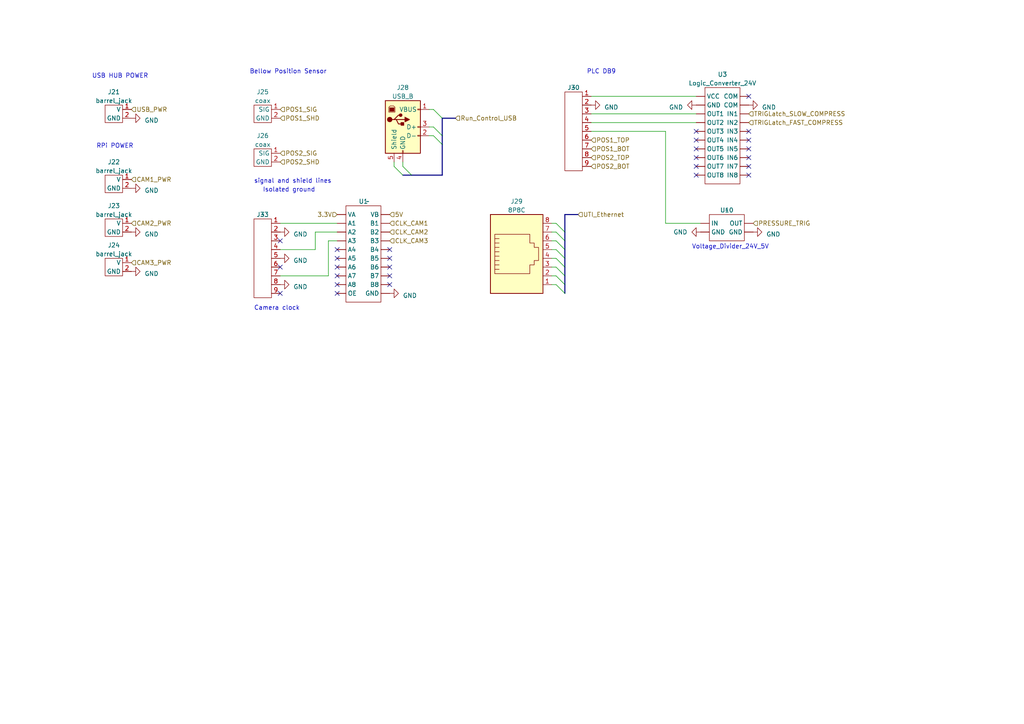
<source format=kicad_sch>
(kicad_sch (version 20230121) (generator eeschema)

  (uuid a9006973-036b-4cdc-8587-12e8aa60123e)

  (paper "A4")

  (title_block
    (title "Digital I/O Box")
    (date "2023-09-27")
    (company "SBC")
    (comment 1 "Zhiheng Sheng")
  )

  (lib_symbols
    (symbol "Connector:8P8C" (pin_names (offset 1.016)) (in_bom yes) (on_board yes)
      (property "Reference" "J" (at -5.08 13.97 0)
        (effects (font (size 1.27 1.27)) (justify right))
      )
      (property "Value" "8P8C" (at 2.54 13.97 0)
        (effects (font (size 1.27 1.27)) (justify left))
      )
      (property "Footprint" "" (at 0 0.635 90)
        (effects (font (size 1.27 1.27)) hide)
      )
      (property "Datasheet" "~" (at 0 0.635 90)
        (effects (font (size 1.27 1.27)) hide)
      )
      (property "ki_keywords" "8P8C RJ socket connector" (at 0 0 0)
        (effects (font (size 1.27 1.27)) hide)
      )
      (property "ki_description" "RJ connector, 8P8C (8 positions 8 connected), RJ31/RJ32/RJ33/RJ34/RJ35/RJ41/RJ45/RJ49/RJ61" (at 0 0 0)
        (effects (font (size 1.27 1.27)) hide)
      )
      (property "ki_fp_filters" "8P8C* RJ31* RJ32* RJ33* RJ34* RJ35* RJ41* RJ45* RJ49* RJ61*" (at 0 0 0)
        (effects (font (size 1.27 1.27)) hide)
      )
      (symbol "8P8C_0_1"
        (polyline
          (pts
            (xy -5.08 4.445)
            (xy -6.35 4.445)
          )
          (stroke (width 0) (type default))
          (fill (type none))
        )
        (polyline
          (pts
            (xy -5.08 5.715)
            (xy -6.35 5.715)
          )
          (stroke (width 0) (type default))
          (fill (type none))
        )
        (polyline
          (pts
            (xy -6.35 -3.175)
            (xy -5.08 -3.175)
            (xy -5.08 -3.175)
          )
          (stroke (width 0) (type default))
          (fill (type none))
        )
        (polyline
          (pts
            (xy -6.35 -1.905)
            (xy -5.08 -1.905)
            (xy -5.08 -1.905)
          )
          (stroke (width 0) (type default))
          (fill (type none))
        )
        (polyline
          (pts
            (xy -6.35 -0.635)
            (xy -5.08 -0.635)
            (xy -5.08 -0.635)
          )
          (stroke (width 0) (type default))
          (fill (type none))
        )
        (polyline
          (pts
            (xy -6.35 0.635)
            (xy -5.08 0.635)
            (xy -5.08 0.635)
          )
          (stroke (width 0) (type default))
          (fill (type none))
        )
        (polyline
          (pts
            (xy -6.35 1.905)
            (xy -5.08 1.905)
            (xy -5.08 1.905)
          )
          (stroke (width 0) (type default))
          (fill (type none))
        )
        (polyline
          (pts
            (xy -5.08 3.175)
            (xy -6.35 3.175)
            (xy -6.35 3.175)
          )
          (stroke (width 0) (type default))
          (fill (type none))
        )
        (polyline
          (pts
            (xy -6.35 -4.445)
            (xy -6.35 6.985)
            (xy 3.81 6.985)
            (xy 3.81 4.445)
            (xy 5.08 4.445)
            (xy 5.08 3.175)
            (xy 6.35 3.175)
            (xy 6.35 -0.635)
            (xy 5.08 -0.635)
            (xy 5.08 -1.905)
            (xy 3.81 -1.905)
            (xy 3.81 -4.445)
            (xy -6.35 -4.445)
            (xy -6.35 -4.445)
          )
          (stroke (width 0) (type default))
          (fill (type none))
        )
        (rectangle (start 7.62 12.7) (end -7.62 -10.16)
          (stroke (width 0.254) (type default))
          (fill (type background))
        )
      )
      (symbol "8P8C_1_1"
        (pin passive line (at 10.16 -7.62 180) (length 2.54)
          (name "~" (effects (font (size 1.27 1.27))))
          (number "1" (effects (font (size 1.27 1.27))))
        )
        (pin passive line (at 10.16 -5.08 180) (length 2.54)
          (name "~" (effects (font (size 1.27 1.27))))
          (number "2" (effects (font (size 1.27 1.27))))
        )
        (pin passive line (at 10.16 -2.54 180) (length 2.54)
          (name "~" (effects (font (size 1.27 1.27))))
          (number "3" (effects (font (size 1.27 1.27))))
        )
        (pin passive line (at 10.16 0 180) (length 2.54)
          (name "~" (effects (font (size 1.27 1.27))))
          (number "4" (effects (font (size 1.27 1.27))))
        )
        (pin passive line (at 10.16 2.54 180) (length 2.54)
          (name "~" (effects (font (size 1.27 1.27))))
          (number "5" (effects (font (size 1.27 1.27))))
        )
        (pin passive line (at 10.16 5.08 180) (length 2.54)
          (name "~" (effects (font (size 1.27 1.27))))
          (number "6" (effects (font (size 1.27 1.27))))
        )
        (pin passive line (at 10.16 7.62 180) (length 2.54)
          (name "~" (effects (font (size 1.27 1.27))))
          (number "7" (effects (font (size 1.27 1.27))))
        )
        (pin passive line (at 10.16 10.16 180) (length 2.54)
          (name "~" (effects (font (size 1.27 1.27))))
          (number "8" (effects (font (size 1.27 1.27))))
        )
      )
    )
    (symbol "Connector:USB_B" (pin_names (offset 1.016)) (in_bom yes) (on_board yes)
      (property "Reference" "J" (at -5.08 11.43 0)
        (effects (font (size 1.27 1.27)) (justify left))
      )
      (property "Value" "USB_B" (at -5.08 8.89 0)
        (effects (font (size 1.27 1.27)) (justify left))
      )
      (property "Footprint" "" (at 3.81 -1.27 0)
        (effects (font (size 1.27 1.27)) hide)
      )
      (property "Datasheet" " ~" (at 3.81 -1.27 0)
        (effects (font (size 1.27 1.27)) hide)
      )
      (property "ki_keywords" "connector USB" (at 0 0 0)
        (effects (font (size 1.27 1.27)) hide)
      )
      (property "ki_description" "USB Type B connector" (at 0 0 0)
        (effects (font (size 1.27 1.27)) hide)
      )
      (property "ki_fp_filters" "USB*" (at 0 0 0)
        (effects (font (size 1.27 1.27)) hide)
      )
      (symbol "USB_B_0_1"
        (rectangle (start -5.08 -7.62) (end 5.08 7.62)
          (stroke (width 0.254) (type default))
          (fill (type background))
        )
        (circle (center -3.81 2.159) (radius 0.635)
          (stroke (width 0.254) (type default))
          (fill (type outline))
        )
        (rectangle (start -3.81 5.588) (end -2.54 4.572)
          (stroke (width 0) (type default))
          (fill (type outline))
        )
        (circle (center -0.635 3.429) (radius 0.381)
          (stroke (width 0.254) (type default))
          (fill (type outline))
        )
        (rectangle (start -0.127 -7.62) (end 0.127 -6.858)
          (stroke (width 0) (type default))
          (fill (type none))
        )
        (polyline
          (pts
            (xy -1.905 2.159)
            (xy 0.635 2.159)
          )
          (stroke (width 0.254) (type default))
          (fill (type none))
        )
        (polyline
          (pts
            (xy -3.175 2.159)
            (xy -2.54 2.159)
            (xy -1.27 3.429)
            (xy -0.635 3.429)
          )
          (stroke (width 0.254) (type default))
          (fill (type none))
        )
        (polyline
          (pts
            (xy -2.54 2.159)
            (xy -1.905 2.159)
            (xy -1.27 0.889)
            (xy 0 0.889)
          )
          (stroke (width 0.254) (type default))
          (fill (type none))
        )
        (polyline
          (pts
            (xy 0.635 2.794)
            (xy 0.635 1.524)
            (xy 1.905 2.159)
            (xy 0.635 2.794)
          )
          (stroke (width 0.254) (type default))
          (fill (type outline))
        )
        (polyline
          (pts
            (xy -4.064 4.318)
            (xy -2.286 4.318)
            (xy -2.286 5.715)
            (xy -2.667 6.096)
            (xy -3.683 6.096)
            (xy -4.064 5.715)
            (xy -4.064 4.318)
          )
          (stroke (width 0) (type default))
          (fill (type none))
        )
        (rectangle (start 0.254 1.27) (end -0.508 0.508)
          (stroke (width 0.254) (type default))
          (fill (type outline))
        )
        (rectangle (start 5.08 -2.667) (end 4.318 -2.413)
          (stroke (width 0) (type default))
          (fill (type none))
        )
        (rectangle (start 5.08 -0.127) (end 4.318 0.127)
          (stroke (width 0) (type default))
          (fill (type none))
        )
        (rectangle (start 5.08 4.953) (end 4.318 5.207)
          (stroke (width 0) (type default))
          (fill (type none))
        )
      )
      (symbol "USB_B_1_1"
        (pin power_out line (at 7.62 5.08 180) (length 2.54)
          (name "VBUS" (effects (font (size 1.27 1.27))))
          (number "1" (effects (font (size 1.27 1.27))))
        )
        (pin bidirectional line (at 7.62 -2.54 180) (length 2.54)
          (name "D-" (effects (font (size 1.27 1.27))))
          (number "2" (effects (font (size 1.27 1.27))))
        )
        (pin bidirectional line (at 7.62 0 180) (length 2.54)
          (name "D+" (effects (font (size 1.27 1.27))))
          (number "3" (effects (font (size 1.27 1.27))))
        )
        (pin power_out line (at 0 -10.16 90) (length 2.54)
          (name "GND" (effects (font (size 1.27 1.27))))
          (number "4" (effects (font (size 1.27 1.27))))
        )
        (pin passive line (at -2.54 -10.16 90) (length 2.54)
          (name "Shield" (effects (font (size 1.27 1.27))))
          (number "5" (effects (font (size 1.27 1.27))))
        )
      )
    )
    (symbol "led_driver:DB9" (in_bom yes) (on_board yes)
      (property "Reference" "J" (at 0 12.7 0)
        (effects (font (size 1.27 1.27)))
      )
      (property "Value" "" (at 0 12.7 0)
        (effects (font (size 1.27 1.27)))
      )
      (property "Footprint" "" (at 0 12.7 0)
        (effects (font (size 1.27 1.27)) hide)
      )
      (property "Datasheet" "" (at 0 12.7 0)
        (effects (font (size 1.27 1.27)) hide)
      )
      (symbol "DB9_0_1"
        (rectangle (start -2.54 11.43) (end 2.54 -11.43)
          (stroke (width 0) (type default))
          (fill (type none))
        )
      )
      (symbol "DB9_1_1"
        (pin passive line (at 5.08 10.16 180) (length 2.54)
          (name "" (effects (font (size 1.27 1.27))))
          (number "1" (effects (font (size 1.27 1.27))))
        )
        (pin passive line (at 5.08 7.62 180) (length 2.54)
          (name "" (effects (font (size 1.27 1.27))))
          (number "2" (effects (font (size 1.27 1.27))))
        )
        (pin passive line (at 5.08 5.08 180) (length 2.54)
          (name "" (effects (font (size 1.27 1.27))))
          (number "3" (effects (font (size 1.27 1.27))))
        )
        (pin passive line (at 5.08 2.54 180) (length 2.54)
          (name "" (effects (font (size 1.27 1.27))))
          (number "4" (effects (font (size 1.27 1.27))))
        )
        (pin passive line (at 5.08 0 180) (length 2.54)
          (name "" (effects (font (size 1.27 1.27))))
          (number "5" (effects (font (size 1.27 1.27))))
        )
        (pin passive line (at 5.08 -2.54 180) (length 2.54)
          (name "" (effects (font (size 1.27 1.27))))
          (number "6" (effects (font (size 1.27 1.27))))
        )
        (pin passive line (at 5.08 -5.08 180) (length 2.54)
          (name "" (effects (font (size 1.27 1.27))))
          (number "7" (effects (font (size 1.27 1.27))))
        )
        (pin passive line (at 5.08 -7.62 180) (length 2.54)
          (name "" (effects (font (size 1.27 1.27))))
          (number "8" (effects (font (size 1.27 1.27))))
        )
        (pin passive line (at 5.08 -10.16 180) (length 2.54)
          (name "" (effects (font (size 1.27 1.27))))
          (number "9" (effects (font (size 1.27 1.27))))
        )
      )
    )
    (symbol "led_driver:Logic_Converter_24V" (in_bom yes) (on_board yes)
      (property "Reference" "U" (at 0 15.24 0)
        (effects (font (size 1.27 1.27)))
      )
      (property "Value" "Logic_Converter_24V" (at 0 -15.24 0)
        (effects (font (size 1.27 1.27)))
      )
      (property "Footprint" "" (at 1.27 15.24 0)
        (effects (font (size 1.27 1.27)) hide)
      )
      (property "Datasheet" "" (at 1.27 15.24 0)
        (effects (font (size 1.27 1.27)) hide)
      )
      (symbol "Logic_Converter_24V_0_1"
        (rectangle (start -5.08 13.97) (end 5.08 -13.97)
          (stroke (width 0) (type default))
          (fill (type none))
        )
      )
      (symbol "Logic_Converter_24V_1_1"
        (pin passive line (at -7.62 8.89 0) (length 2.54)
          (name "COM" (effects (font (size 1.27 1.27))))
          (number "" (effects (font (size 1.27 1.27))))
        )
        (pin passive line (at -7.62 11.43 0) (length 2.54)
          (name "COM" (effects (font (size 1.27 1.27))))
          (number "" (effects (font (size 1.27 1.27))))
        )
        (pin passive line (at 7.62 8.89 180) (length 2.54)
          (name "GND" (effects (font (size 1.27 1.27))))
          (number "" (effects (font (size 1.27 1.27))))
        )
        (pin passive line (at -7.62 6.35 0) (length 2.54)
          (name "IN1" (effects (font (size 1.27 1.27))))
          (number "" (effects (font (size 1.27 1.27))))
        )
        (pin passive line (at -7.62 3.81 0) (length 2.54)
          (name "IN2" (effects (font (size 1.27 1.27))))
          (number "" (effects (font (size 1.27 1.27))))
        )
        (pin passive line (at -7.62 1.27 0) (length 2.54)
          (name "IN3" (effects (font (size 1.27 1.27))))
          (number "" (effects (font (size 1.27 1.27))))
        )
        (pin passive line (at -7.62 -1.27 0) (length 2.54)
          (name "IN4" (effects (font (size 1.27 1.27))))
          (number "" (effects (font (size 1.27 1.27))))
        )
        (pin passive line (at -7.62 -3.81 0) (length 2.54)
          (name "IN5" (effects (font (size 1.27 1.27))))
          (number "" (effects (font (size 1.27 1.27))))
        )
        (pin passive line (at -7.62 -6.35 0) (length 2.54)
          (name "IN6" (effects (font (size 1.27 1.27))))
          (number "" (effects (font (size 1.27 1.27))))
        )
        (pin passive line (at -7.62 -8.89 0) (length 2.54)
          (name "IN7" (effects (font (size 1.27 1.27))))
          (number "" (effects (font (size 1.27 1.27))))
        )
        (pin passive line (at -7.62 -11.43 0) (length 2.54)
          (name "IN8" (effects (font (size 1.27 1.27))))
          (number "" (effects (font (size 1.27 1.27))))
        )
        (pin passive line (at 7.62 6.35 180) (length 2.54)
          (name "OUT1" (effects (font (size 1.27 1.27))))
          (number "" (effects (font (size 1.27 1.27))))
        )
        (pin passive line (at 7.62 3.81 180) (length 2.54)
          (name "OUT2" (effects (font (size 1.27 1.27))))
          (number "" (effects (font (size 1.27 1.27))))
        )
        (pin passive line (at 7.62 1.27 180) (length 2.54)
          (name "OUT3" (effects (font (size 1.27 1.27))))
          (number "" (effects (font (size 1.27 1.27))))
        )
        (pin passive line (at 7.62 -1.27 180) (length 2.54)
          (name "OUT4" (effects (font (size 1.27 1.27))))
          (number "" (effects (font (size 1.27 1.27))))
        )
        (pin passive line (at 7.62 -3.81 180) (length 2.54)
          (name "OUT5" (effects (font (size 1.27 1.27))))
          (number "" (effects (font (size 1.27 1.27))))
        )
        (pin passive line (at 7.62 -6.35 180) (length 2.54)
          (name "OUT6" (effects (font (size 1.27 1.27))))
          (number "" (effects (font (size 1.27 1.27))))
        )
        (pin passive line (at 7.62 -8.89 180) (length 2.54)
          (name "OUT7" (effects (font (size 1.27 1.27))))
          (number "" (effects (font (size 1.27 1.27))))
        )
        (pin passive line (at 7.62 -11.43 180) (length 2.54)
          (name "OUT8" (effects (font (size 1.27 1.27))))
          (number "" (effects (font (size 1.27 1.27))))
        )
        (pin passive line (at 7.62 11.43 180) (length 2.54)
          (name "VCC" (effects (font (size 1.27 1.27))))
          (number "" (effects (font (size 1.27 1.27))))
        )
      )
    )
    (symbol "led_driver:Logic_Converter_5V" (in_bom yes) (on_board yes)
      (property "Reference" "U" (at 0 15.24 0)
        (effects (font (size 1.27 1.27)))
      )
      (property "Value" "Logic_Converter_5V" (at 0 -15.24 0)
        (effects (font (size 1.27 1.27)))
      )
      (property "Footprint" "" (at 1.27 15.24 0)
        (effects (font (size 1.27 1.27)) hide)
      )
      (property "Datasheet" "" (at 1.27 15.24 0)
        (effects (font (size 1.27 1.27)) hide)
      )
      (symbol "Logic_Converter_5V_0_1"
        (rectangle (start -5.08 13.97) (end 5.08 -13.97)
          (stroke (width 0) (type default))
          (fill (type none))
        )
      )
      (symbol "Logic_Converter_5V_1_1"
        (pin passive line (at -7.62 8.89 0) (length 2.54)
          (name "A1" (effects (font (size 1.27 1.27))))
          (number "" (effects (font (size 1.27 1.27))))
        )
        (pin passive line (at -7.62 6.35 0) (length 2.54)
          (name "A2" (effects (font (size 1.27 1.27))))
          (number "" (effects (font (size 1.27 1.27))))
        )
        (pin passive line (at -7.62 3.81 0) (length 2.54)
          (name "A3" (effects (font (size 1.27 1.27))))
          (number "" (effects (font (size 1.27 1.27))))
        )
        (pin passive line (at -7.62 1.27 0) (length 2.54)
          (name "A4" (effects (font (size 1.27 1.27))))
          (number "" (effects (font (size 1.27 1.27))))
        )
        (pin passive line (at -7.62 -1.27 0) (length 2.54)
          (name "A5" (effects (font (size 1.27 1.27))))
          (number "" (effects (font (size 1.27 1.27))))
        )
        (pin passive line (at -7.62 -3.81 0) (length 2.54)
          (name "A6" (effects (font (size 1.27 1.27))))
          (number "" (effects (font (size 1.27 1.27))))
        )
        (pin passive line (at -7.62 -6.35 0) (length 2.54)
          (name "A7" (effects (font (size 1.27 1.27))))
          (number "" (effects (font (size 1.27 1.27))))
        )
        (pin passive line (at -7.62 -8.89 0) (length 2.54)
          (name "A8" (effects (font (size 1.27 1.27))))
          (number "" (effects (font (size 1.27 1.27))))
        )
        (pin passive line (at 7.62 8.89 180) (length 2.54)
          (name "B1" (effects (font (size 1.27 1.27))))
          (number "" (effects (font (size 1.27 1.27))))
        )
        (pin passive line (at 7.62 6.35 180) (length 2.54)
          (name "B2" (effects (font (size 1.27 1.27))))
          (number "" (effects (font (size 1.27 1.27))))
        )
        (pin passive line (at 7.62 3.81 180) (length 2.54)
          (name "B3" (effects (font (size 1.27 1.27))))
          (number "" (effects (font (size 1.27 1.27))))
        )
        (pin passive line (at 7.62 1.27 180) (length 2.54)
          (name "B4" (effects (font (size 1.27 1.27))))
          (number "" (effects (font (size 1.27 1.27))))
        )
        (pin passive line (at 7.62 -1.27 180) (length 2.54)
          (name "B5" (effects (font (size 1.27 1.27))))
          (number "" (effects (font (size 1.27 1.27))))
        )
        (pin passive line (at 7.62 -3.81 180) (length 2.54)
          (name "B6" (effects (font (size 1.27 1.27))))
          (number "" (effects (font (size 1.27 1.27))))
        )
        (pin passive line (at 7.62 -6.35 180) (length 2.54)
          (name "B7" (effects (font (size 1.27 1.27))))
          (number "" (effects (font (size 1.27 1.27))))
        )
        (pin passive line (at 7.62 -8.89 180) (length 2.54)
          (name "B8" (effects (font (size 1.27 1.27))))
          (number "" (effects (font (size 1.27 1.27))))
        )
        (pin passive line (at 7.62 -11.43 180) (length 2.54)
          (name "GND" (effects (font (size 1.27 1.27))))
          (number "" (effects (font (size 1.27 1.27))))
        )
        (pin passive line (at -7.62 -11.43 0) (length 2.54)
          (name "OE" (effects (font (size 1.27 1.27))))
          (number "" (effects (font (size 1.27 1.27))))
        )
        (pin passive line (at -7.62 11.43 0) (length 2.54)
          (name "VA" (effects (font (size 1.27 1.27))))
          (number "" (effects (font (size 1.27 1.27))))
        )
        (pin passive line (at 7.62 11.43 180) (length 2.54)
          (name "VB" (effects (font (size 1.27 1.27))))
          (number "" (effects (font (size 1.27 1.27))))
        )
      )
    )
    (symbol "led_driver:barrel_jack" (in_bom yes) (on_board yes)
      (property "Reference" "J" (at 0 3.81 0)
        (effects (font (size 1.27 1.27)))
      )
      (property "Value" "barrel_jack" (at 0 -3.81 0)
        (effects (font (size 1.27 1.27)))
      )
      (property "Footprint" "" (at 0 3.81 0)
        (effects (font (size 1.27 1.27)) hide)
      )
      (property "Datasheet" "" (at 0 3.81 0)
        (effects (font (size 1.27 1.27)) hide)
      )
      (symbol "barrel_jack_0_1"
        (rectangle (start -2.54 -2.54) (end 2.54 2.54)
          (stroke (width 0) (type default))
          (fill (type none))
        )
      )
      (symbol "barrel_jack_1_1"
        (pin input line (at 5.08 1.27 180) (length 2.54)
          (name "V" (effects (font (size 1.27 1.27))))
          (number "1" (effects (font (size 1.27 1.27))))
        )
        (pin input line (at 5.08 -1.27 180) (length 2.54)
          (name "GND" (effects (font (size 1.27 1.27))))
          (number "2" (effects (font (size 1.27 1.27))))
        )
      )
    )
    (symbol "led_driver:coax" (in_bom yes) (on_board yes)
      (property "Reference" "J" (at 0 3.81 0)
        (effects (font (size 1.27 1.27)))
      )
      (property "Value" "coax" (at 0 -3.81 0)
        (effects (font (size 1.27 1.27)))
      )
      (property "Footprint" "" (at 0 3.81 0)
        (effects (font (size 1.27 1.27)) hide)
      )
      (property "Datasheet" "" (at 0 3.81 0)
        (effects (font (size 1.27 1.27)) hide)
      )
      (symbol "coax_0_1"
        (rectangle (start -2.54 -2.54) (end 2.54 2.54)
          (stroke (width 0) (type default))
          (fill (type none))
        )
      )
      (symbol "coax_1_1"
        (pin input line (at 5.08 1.27 180) (length 2.54)
          (name "SIG" (effects (font (size 1.27 1.27))))
          (number "1" (effects (font (size 1.27 1.27))))
        )
        (pin input line (at 5.08 -1.27 180) (length 2.54)
          (name "GND" (effects (font (size 1.27 1.27))))
          (number "2" (effects (font (size 1.27 1.27))))
        )
      )
    )
    (symbol "led_driver:voltage_divider" (in_bom yes) (on_board yes)
      (property "Reference" "U" (at 0 5.08 0)
        (effects (font (size 1.27 1.27)))
      )
      (property "Value" "" (at 0 5.08 0)
        (effects (font (size 1.27 1.27)))
      )
      (property "Footprint" "" (at 0 5.08 0)
        (effects (font (size 1.27 1.27)) hide)
      )
      (property "Datasheet" "" (at 0 5.08 0)
        (effects (font (size 1.27 1.27)) hide)
      )
      (symbol "voltage_divider_0_1"
        (rectangle (start -5.08 3.81) (end 5.08 -3.81)
          (stroke (width 0) (type default))
          (fill (type none))
        )
      )
      (symbol "voltage_divider_1_1"
        (pin input line (at -7.62 -1.27 0) (length 2.54)
          (name "GND" (effects (font (size 1.27 1.27))))
          (number "" (effects (font (size 1.27 1.27))))
        )
        (pin input line (at 7.62 -1.27 180) (length 2.54)
          (name "GND" (effects (font (size 1.27 1.27))))
          (number "" (effects (font (size 1.27 1.27))))
        )
        (pin input line (at -7.62 1.27 0) (length 2.54)
          (name "IN" (effects (font (size 1.27 1.27))))
          (number "" (effects (font (size 1.27 1.27))))
        )
        (pin input line (at 7.62 1.27 180) (length 2.54)
          (name "OUT" (effects (font (size 1.27 1.27))))
          (number "" (effects (font (size 1.27 1.27))))
        )
      )
    )
    (symbol "power:GND" (power) (pin_names (offset 0)) (in_bom yes) (on_board yes)
      (property "Reference" "#PWR" (at 0 -6.35 0)
        (effects (font (size 1.27 1.27)) hide)
      )
      (property "Value" "GND" (at 0 -3.81 0)
        (effects (font (size 1.27 1.27)))
      )
      (property "Footprint" "" (at 0 0 0)
        (effects (font (size 1.27 1.27)) hide)
      )
      (property "Datasheet" "" (at 0 0 0)
        (effects (font (size 1.27 1.27)) hide)
      )
      (property "ki_keywords" "global power" (at 0 0 0)
        (effects (font (size 1.27 1.27)) hide)
      )
      (property "ki_description" "Power symbol creates a global label with name \"GND\" , ground" (at 0 0 0)
        (effects (font (size 1.27 1.27)) hide)
      )
      (symbol "GND_0_1"
        (polyline
          (pts
            (xy 0 0)
            (xy 0 -1.27)
            (xy 1.27 -1.27)
            (xy 0 -2.54)
            (xy -1.27 -1.27)
            (xy 0 -1.27)
          )
          (stroke (width 0) (type default))
          (fill (type none))
        )
      )
      (symbol "GND_1_1"
        (pin power_in line (at 0 0 270) (length 0) hide
          (name "GND" (effects (font (size 1.27 1.27))))
          (number "1" (effects (font (size 1.27 1.27))))
        )
      )
    )
  )


  (no_connect (at 217.17 48.26) (uuid 0744d61c-a61f-4ef0-bf9f-ab4c54c154aa))
  (no_connect (at 201.93 43.18) (uuid 12d78a31-544d-4c72-8304-d8eda8560c49))
  (no_connect (at 81.28 85.09) (uuid 1c58bd9a-7aa1-4e7b-8ba7-d8dbdac1927b))
  (no_connect (at 97.79 77.47) (uuid 33ae50bc-cf8c-4714-b2b9-b8f96460894a))
  (no_connect (at 217.17 45.72) (uuid 3f64aa06-9f6c-44c9-9b62-aa5df4d1e8b3))
  (no_connect (at 217.17 27.94) (uuid 429604d8-9958-4ee4-b3ac-e416e1983432))
  (no_connect (at 97.79 74.93) (uuid 4aa80c18-b170-4459-8980-6af0d5dc3c0a))
  (no_connect (at 201.93 40.64) (uuid 4d48d375-3794-45da-8018-1ff3ea0d4ec6))
  (no_connect (at 97.79 72.39) (uuid 6850477a-7df0-4e6e-bfa0-67395f58dbaa))
  (no_connect (at 113.03 74.93) (uuid 743087b6-10ec-416c-9db3-0260432470fb))
  (no_connect (at 97.79 80.01) (uuid 7fa11757-9144-491c-bb7e-77af97260d2d))
  (no_connect (at 81.28 69.85) (uuid 8d79e43c-6fbf-4b10-99e5-51e4a929014a))
  (no_connect (at 113.03 80.01) (uuid 9ce1aeeb-fa92-413c-aea0-e27997cd6767))
  (no_connect (at 217.17 43.18) (uuid a1ffd822-0dfb-4369-b750-aabf68069b81))
  (no_connect (at 217.17 40.64) (uuid a90c2d55-1dd2-4e3f-9221-63f75701c179))
  (no_connect (at 97.79 82.55) (uuid b01c7d03-c6be-4b6d-a189-820cf6b9b4a5))
  (no_connect (at 81.28 77.47) (uuid b1198e8f-85ec-4e7c-8fdb-4b2b9db0e860))
  (no_connect (at 201.93 45.72) (uuid c800a6be-b98c-4cea-819e-4fb8e132e7dc))
  (no_connect (at 113.03 72.39) (uuid d170de6e-3182-4a7e-b898-72a43bfd9ded))
  (no_connect (at 113.03 77.47) (uuid d7972562-8b51-4719-8de3-d92c875ebea1))
  (no_connect (at 217.17 38.1) (uuid d9d36494-1b17-4760-b542-d19a930f2cac))
  (no_connect (at 217.17 50.8) (uuid e852a965-d290-4913-a46b-d51e8e0af09d))
  (no_connect (at 201.93 50.8) (uuid eaf1b536-5dc1-4360-943e-9452ca64ab1e))
  (no_connect (at 201.93 38.1) (uuid ec898a65-2753-485c-870d-a8cede718463))
  (no_connect (at 201.93 48.26) (uuid efb67729-da93-4e43-82d4-4b821b833709))
  (no_connect (at 97.79 85.09) (uuid f6362946-a21c-4ad4-817d-2b9b0c188fdf))
  (no_connect (at 113.03 82.55) (uuid fe0fdf25-56af-4b5d-8f28-c77a79090354))

  (bus_entry (at 125.73 39.37) (size 2.54 2.54)
    (stroke (width 0) (type default))
    (uuid 1e1494cc-6e0f-4c4a-a3f2-8f99f92a543e)
  )
  (bus_entry (at 161.29 74.93) (size 2.54 2.54)
    (stroke (width 0) (type default))
    (uuid 36f8d916-c81b-455b-be3a-6f877cbf9066)
  )
  (bus_entry (at 161.29 69.85) (size 2.54 2.54)
    (stroke (width 0) (type default))
    (uuid 3f5093ee-b834-4852-aea9-e17f79aac95a)
  )
  (bus_entry (at 161.29 67.31) (size 2.54 2.54)
    (stroke (width 0) (type default))
    (uuid 55433cbb-bb3f-4cd3-b78d-21d51f7e294c)
  )
  (bus_entry (at 161.29 64.77) (size 2.54 2.54)
    (stroke (width 0) (type default))
    (uuid 61eaf847-858b-4d7a-96f8-eb52c84ff9e6)
  )
  (bus_entry (at 125.73 31.75) (size 2.54 2.54)
    (stroke (width 0) (type default))
    (uuid 6c5569e9-b75c-4604-84b0-141462f43d9a)
  )
  (bus_entry (at 161.29 77.47) (size 2.54 2.54)
    (stroke (width 0) (type default))
    (uuid 6e993344-f59a-4014-817d-e42bcbbcc4a6)
  )
  (bus_entry (at 161.29 72.39) (size 2.54 2.54)
    (stroke (width 0) (type default))
    (uuid 71388e9d-4d64-40bb-893c-1762b34f22a5)
  )
  (bus_entry (at 125.73 36.83) (size 2.54 2.54)
    (stroke (width 0) (type default))
    (uuid 73f01996-48cc-4cc3-b998-d473f29a1de0)
  )
  (bus_entry (at 116.84 48.26) (size 2.54 2.54)
    (stroke (width 0) (type default))
    (uuid ae73ddec-65a3-41ee-9409-150c1c48d1b7)
  )
  (bus_entry (at 161.29 82.55) (size 2.54 2.54)
    (stroke (width 0) (type default))
    (uuid bc654dc9-b461-4596-bdcf-07ba072f5b4e)
  )
  (bus_entry (at 161.29 80.01) (size 2.54 2.54)
    (stroke (width 0) (type default))
    (uuid c4c6927a-2a97-4594-8434-8ca9c426b0bb)
  )
  (bus_entry (at 114.3 48.26) (size 2.54 2.54)
    (stroke (width 0) (type default))
    (uuid f95ec39f-65ca-417f-b4ed-17894d9ccca8)
  )

  (bus (pts (xy 163.83 67.31) (xy 163.83 69.85))
    (stroke (width 0) (type default))
    (uuid 051a026a-8d58-46a0-bff9-c6157daeb388)
  )

  (wire (pts (xy 124.46 36.83) (xy 125.73 36.83))
    (stroke (width 0) (type default))
    (uuid 0bf9ff66-6e71-4212-9040-bb165c3c4369)
  )
  (wire (pts (xy 91.44 67.31) (xy 91.44 72.39))
    (stroke (width 0) (type default))
    (uuid 0cb0dcc0-ad2d-4281-9590-b475ad691c98)
  )
  (wire (pts (xy 160.02 67.31) (xy 161.29 67.31))
    (stroke (width 0) (type default))
    (uuid 0e9f29d4-1939-4fc5-a06a-5510d15239ce)
  )
  (wire (pts (xy 160.02 77.47) (xy 161.29 77.47))
    (stroke (width 0) (type default))
    (uuid 124a2ba6-a25c-454f-a279-8f060e4d1d40)
  )
  (wire (pts (xy 97.79 67.31) (xy 91.44 67.31))
    (stroke (width 0) (type default))
    (uuid 1a524dda-1b5c-45c9-957c-ece7bfb2787e)
  )
  (wire (pts (xy 114.3 46.99) (xy 114.3 48.26))
    (stroke (width 0) (type default))
    (uuid 1c926446-013e-4b99-ba19-fc480fe2a7a8)
  )
  (wire (pts (xy 95.25 80.01) (xy 95.25 69.85))
    (stroke (width 0) (type default))
    (uuid 1da6523a-448a-4f7e-b1df-f59f5d8d2b9b)
  )
  (bus (pts (xy 128.27 41.91) (xy 128.27 50.8))
    (stroke (width 0) (type default))
    (uuid 2c28414c-ea4d-4d01-9787-d65c7ce23d47)
  )

  (wire (pts (xy 160.02 82.55) (xy 161.29 82.55))
    (stroke (width 0) (type default))
    (uuid 2e2e5dde-f572-4c28-9993-0e96b8ec6c67)
  )
  (wire (pts (xy 193.04 64.77) (xy 203.2 64.77))
    (stroke (width 0) (type default))
    (uuid 2f396fff-22c6-431f-a65e-7ec18b54dc8c)
  )
  (wire (pts (xy 81.28 72.39) (xy 91.44 72.39))
    (stroke (width 0) (type default))
    (uuid 2fbbd31c-8bc5-431f-925c-e378345d2581)
  )
  (bus (pts (xy 163.83 77.47) (xy 163.83 80.01))
    (stroke (width 0) (type default))
    (uuid 3060df35-d0f4-4cb7-8085-ae44154f7c4e)
  )

  (wire (pts (xy 116.84 46.99) (xy 116.84 48.26))
    (stroke (width 0) (type default))
    (uuid 3847943f-d70a-4878-8d63-4cc5f13b256a)
  )
  (bus (pts (xy 163.83 69.85) (xy 163.83 72.39))
    (stroke (width 0) (type default))
    (uuid 3aaff984-95cd-45c7-8326-852288731778)
  )
  (bus (pts (xy 128.27 39.37) (xy 128.27 34.29))
    (stroke (width 0) (type default))
    (uuid 4063fb6d-1292-4eae-88df-66a6c0c263d5)
  )
  (bus (pts (xy 116.84 50.8) (xy 119.38 50.8))
    (stroke (width 0) (type default))
    (uuid 48c6748e-e6f5-4fa2-94f1-12d10c5d3cb8)
  )

  (wire (pts (xy 171.45 35.56) (xy 201.93 35.56))
    (stroke (width 0) (type default))
    (uuid 4a21b593-a5fa-4610-9c4e-ecb343636707)
  )
  (wire (pts (xy 124.46 39.37) (xy 125.73 39.37))
    (stroke (width 0) (type default))
    (uuid 4b4df152-291c-4eb3-8d9c-4469bc3e0fef)
  )
  (bus (pts (xy 128.27 41.91) (xy 128.27 39.37))
    (stroke (width 0) (type default))
    (uuid 573d8f92-7bb1-4a29-b9b0-8cba1c3d1d6a)
  )

  (wire (pts (xy 81.28 80.01) (xy 95.25 80.01))
    (stroke (width 0) (type default))
    (uuid 5843154a-744d-408a-b1d2-3aa13b75c30c)
  )
  (bus (pts (xy 163.83 62.23) (xy 163.83 67.31))
    (stroke (width 0) (type default))
    (uuid 651489bb-64b5-4409-9a58-f83ad1664a87)
  )

  (wire (pts (xy 160.02 80.01) (xy 161.29 80.01))
    (stroke (width 0) (type default))
    (uuid 67d5febd-f991-43f3-864d-a11c0e0e1b1d)
  )
  (bus (pts (xy 119.38 50.8) (xy 128.27 50.8))
    (stroke (width 0) (type default))
    (uuid 7314a422-f2cc-41d8-825a-f5c57f8a30c9)
  )
  (bus (pts (xy 163.83 74.93) (xy 163.83 77.47))
    (stroke (width 0) (type default))
    (uuid 74933185-65a6-4692-9169-767a6e2195d5)
  )

  (wire (pts (xy 171.45 38.1) (xy 193.04 38.1))
    (stroke (width 0) (type default))
    (uuid 84d9cd8c-ce5c-4216-aea2-5b0189c5070a)
  )
  (wire (pts (xy 193.04 38.1) (xy 193.04 64.77))
    (stroke (width 0) (type default))
    (uuid 885ddc93-07e0-4f69-9e7b-d173f8f3c889)
  )
  (wire (pts (xy 171.45 33.02) (xy 201.93 33.02))
    (stroke (width 0) (type default))
    (uuid 9519a01f-63bc-43dc-b9ad-a0344939df84)
  )
  (bus (pts (xy 163.83 80.01) (xy 163.83 82.55))
    (stroke (width 0) (type default))
    (uuid a9f18d38-575c-4370-8088-6a956c29956f)
  )

  (wire (pts (xy 95.25 69.85) (xy 97.79 69.85))
    (stroke (width 0) (type default))
    (uuid aac5d437-4286-489b-af36-027d04823554)
  )
  (bus (pts (xy 163.83 82.55) (xy 163.83 85.09))
    (stroke (width 0) (type default))
    (uuid c0fe933d-1d09-4cef-8a4a-c6776b66702b)
  )

  (wire (pts (xy 160.02 69.85) (xy 161.29 69.85))
    (stroke (width 0) (type default))
    (uuid c49d3798-6ccd-4257-bf2f-b668e58788a6)
  )
  (wire (pts (xy 171.45 27.94) (xy 201.93 27.94))
    (stroke (width 0) (type default))
    (uuid c71a9ce2-b9bd-4781-9f10-6f40d931f1be)
  )
  (bus (pts (xy 163.83 62.23) (xy 167.64 62.23))
    (stroke (width 0) (type default))
    (uuid c92c98b4-7143-4bbb-9223-e8893ed7766e)
  )

  (wire (pts (xy 160.02 64.77) (xy 161.29 64.77))
    (stroke (width 0) (type default))
    (uuid cb1648f2-20ee-4617-a33c-ffd7e7a062bf)
  )
  (wire (pts (xy 160.02 72.39) (xy 161.29 72.39))
    (stroke (width 0) (type default))
    (uuid d3f2573e-0af9-42e7-a531-1e668262aa44)
  )
  (bus (pts (xy 163.83 72.39) (xy 163.83 74.93))
    (stroke (width 0) (type default))
    (uuid df6dfea1-fea1-4132-8d62-86ff75007e16)
  )
  (bus (pts (xy 128.27 34.29) (xy 132.08 34.29))
    (stroke (width 0) (type default))
    (uuid e8229421-41b6-4168-955f-59c50b4367a4)
  )

  (wire (pts (xy 124.46 31.75) (xy 125.73 31.75))
    (stroke (width 0) (type default))
    (uuid eb6e9b21-e133-4476-b3fb-54dfaa41c820)
  )
  (wire (pts (xy 81.28 64.77) (xy 97.79 64.77))
    (stroke (width 0) (type default))
    (uuid ee3d557b-44f6-495a-b3e8-800530223515)
  )
  (wire (pts (xy 160.02 74.93) (xy 161.29 74.93))
    (stroke (width 0) (type default))
    (uuid fa328712-945d-4e6b-bc4a-4c15f3278414)
  )

  (text "Voltage_Divider_24V_5V" (at 200.66 72.39 0)
    (effects (font (size 1.27 1.27)) (justify left bottom))
    (uuid 10def3b6-319a-47cb-b8db-0d680cda198f)
  )
  (text "Isolated ground" (at 76.2 55.88 0)
    (effects (font (size 1.27 1.27)) (justify left bottom))
    (uuid 11e2d3b9-247a-4c0c-83a5-515ded317bbf)
  )
  (text "Camera clock" (at 73.66 90.17 0)
    (effects (font (size 1.27 1.27)) (justify left bottom))
    (uuid 19a6d6b4-94d1-4ba8-a663-c0e34792f92b)
  )
  (text "PLC DB9" (at 170.18 21.59 0)
    (effects (font (size 1.27 1.27)) (justify left bottom))
    (uuid 448c3af4-4af3-429c-8871-a46bdc21cfc3)
  )
  (text "USB HUB POWER" (at 26.67 22.86 0)
    (effects (font (size 1.27 1.27)) (justify left bottom))
    (uuid 789956b2-694a-4baf-beb8-f80584333b71)
  )
  (text "RPi POWER" (at 27.94 43.18 0)
    (effects (font (size 1.27 1.27)) (justify left bottom))
    (uuid 99473d49-cdd2-4746-be4c-9a8fb7c63aa9)
  )
  (text "Bellow Position Sensor" (at 72.39 21.59 0)
    (effects (font (size 1.27 1.27)) (justify left bottom))
    (uuid ca20cc35-376e-40d3-811e-d52f439112f4)
  )
  (text "signal and shield lines" (at 73.66 53.34 0)
    (effects (font (size 1.27 1.27)) (justify left bottom))
    (uuid d62390c2-78a4-400d-9f21-da68ad7dc521)
  )

  (hierarchical_label "POS1_TOP" (shape input) (at 171.45 40.64 0) (fields_autoplaced)
    (effects (font (size 1.27 1.27)) (justify left))
    (uuid 078da943-a245-40b3-9a99-b1753d419323)
  )
  (hierarchical_label "CLK_CAM1" (shape input) (at 113.03 64.77 0) (fields_autoplaced)
    (effects (font (size 1.27 1.27)) (justify left))
    (uuid 2a4d4551-4b97-4551-ae1b-663b9f7428e8)
  )
  (hierarchical_label "POS1_SHD" (shape input) (at 81.28 34.29 0) (fields_autoplaced)
    (effects (font (size 1.27 1.27)) (justify left))
    (uuid 40bdba27-0a07-4696-a04f-e46435206331)
  )
  (hierarchical_label "3.3V" (shape input) (at 97.79 62.23 180) (fields_autoplaced)
    (effects (font (size 1.27 1.27)) (justify right))
    (uuid 4d992360-5713-43c4-be23-aabab0dc178d)
  )
  (hierarchical_label "USB_PWR" (shape input) (at 38.1 31.75 0) (fields_autoplaced)
    (effects (font (size 1.27 1.27)) (justify left))
    (uuid 5930f15b-7742-414c-87a0-10ea2695156f)
  )
  (hierarchical_label "PRESSURE_TRIG" (shape input) (at 218.44 64.77 0) (fields_autoplaced)
    (effects (font (size 1.27 1.27)) (justify left))
    (uuid 5a444e19-b725-404b-bf5a-79b8105e1c1a)
  )
  (hierarchical_label "POS2_SHD" (shape input) (at 81.28 46.99 0) (fields_autoplaced)
    (effects (font (size 1.27 1.27)) (justify left))
    (uuid 6260c775-ad81-4468-990d-10ba9e5e3d22)
  )
  (hierarchical_label "POS1_BOT" (shape input) (at 171.45 43.18 0) (fields_autoplaced)
    (effects (font (size 1.27 1.27)) (justify left))
    (uuid 6703832c-d780-45c0-b075-a074ebcce32d)
  )
  (hierarchical_label "CLK_CAM3" (shape input) (at 113.03 69.85 0) (fields_autoplaced)
    (effects (font (size 1.27 1.27)) (justify left))
    (uuid 677836fe-5882-48be-9771-73e510543c5c)
  )
  (hierarchical_label "5V" (shape input) (at 113.03 62.23 0) (fields_autoplaced)
    (effects (font (size 1.27 1.27)) (justify left))
    (uuid 70992e58-2bd9-4f20-9b71-306fcc4bd894)
  )
  (hierarchical_label "TRIGLatch_SLOW_COMPRESS" (shape input) (at 217.17 33.02 0) (fields_autoplaced)
    (effects (font (size 1.27 1.27)) (justify left))
    (uuid 70c107dc-21fc-41fa-bf56-423a22b7d5fa)
  )
  (hierarchical_label "POS1_SIG" (shape input) (at 81.28 31.75 0) (fields_autoplaced)
    (effects (font (size 1.27 1.27)) (justify left))
    (uuid 7112a094-7969-4f57-814e-05e564905332)
  )
  (hierarchical_label "CAM2_PWR" (shape input) (at 38.1 64.77 0) (fields_autoplaced)
    (effects (font (size 1.27 1.27)) (justify left))
    (uuid 723f25ac-3df8-40e5-b52c-8f139415a685)
  )
  (hierarchical_label "CLK_CAM2" (shape input) (at 113.03 67.31 0) (fields_autoplaced)
    (effects (font (size 1.27 1.27)) (justify left))
    (uuid 743ec29a-4595-48d1-9f46-d12134be2b0c)
  )
  (hierarchical_label "POS2_SIG" (shape input) (at 81.28 44.45 0) (fields_autoplaced)
    (effects (font (size 1.27 1.27)) (justify left))
    (uuid 7887402b-1829-4a2c-b543-51bb729a3222)
  )
  (hierarchical_label "Run_Control_USB" (shape input) (at 132.08 34.29 0) (fields_autoplaced)
    (effects (font (size 1.27 1.27)) (justify left))
    (uuid b453fdbf-8779-461d-8ea1-6f0ab61a484e)
  )
  (hierarchical_label "POS2_BOT" (shape input) (at 171.45 48.26 0) (fields_autoplaced)
    (effects (font (size 1.27 1.27)) (justify left))
    (uuid b634d0ee-0224-4cbb-9ac4-92f803817901)
  )
  (hierarchical_label "POS2_TOP" (shape input) (at 171.45 45.72 0) (fields_autoplaced)
    (effects (font (size 1.27 1.27)) (justify left))
    (uuid bc6c62c3-b095-4b5b-9b25-b2cd478b08cb)
  )
  (hierarchical_label "CAM3_PWR" (shape input) (at 38.1 76.2 0) (fields_autoplaced)
    (effects (font (size 1.27 1.27)) (justify left))
    (uuid c08b0493-d4d2-4979-9139-fa7096b7558e)
  )
  (hierarchical_label "TRIGLatch_FAST_COMPRESS" (shape input) (at 217.17 35.56 0) (fields_autoplaced)
    (effects (font (size 1.27 1.27)) (justify left))
    (uuid cc4f199f-92fc-47a4-8c57-cccc906b66d9)
  )
  (hierarchical_label "CAM1_PWR" (shape input) (at 38.1 52.07 0) (fields_autoplaced)
    (effects (font (size 1.27 1.27)) (justify left))
    (uuid d43e2861-d45a-4be4-8714-93ec938625ad)
  )
  (hierarchical_label "UTI_Ethernet" (shape input) (at 167.64 62.23 0) (fields_autoplaced)
    (effects (font (size 1.27 1.27)) (justify left))
    (uuid f8113cd6-6a9e-4ec3-a164-2bdb6df3582b)
  )

  (symbol (lib_id "power:GND") (at 203.2 67.31 270) (mirror x) (unit 1)
    (in_bom yes) (on_board yes) (dnp no)
    (uuid 077de470-1dcf-423b-b947-76f44a449607)
    (property "Reference" "#PWR09" (at 196.85 67.31 0)
      (effects (font (size 1.27 1.27)) hide)
    )
    (property "Value" "GND" (at 199.39 67.31 90)
      (effects (font (size 1.27 1.27)) (justify right))
    )
    (property "Footprint" "" (at 203.2 67.31 0)
      (effects (font (size 1.27 1.27)) hide)
    )
    (property "Datasheet" "" (at 203.2 67.31 0)
      (effects (font (size 1.27 1.27)) hide)
    )
    (pin "1" (uuid d5855b6c-d8b8-4df7-a2a0-8d28e2ebc0d3))
    (instances
      (project "dio_box"
        (path "/617a7c5d-26e4-40f1-8dc6-da0df3aa4d83"
          (reference "#PWR09") (unit 1)
        )
        (path "/617a7c5d-26e4-40f1-8dc6-da0df3aa4d83/50f918ff-c84c-4fba-873b-ccd9af4e0432"
          (reference "#PWR011") (unit 1)
        )
        (path "/617a7c5d-26e4-40f1-8dc6-da0df3aa4d83/63773fbe-4d66-42a5-9ef5-6cbc925495d7"
          (reference "#PWR019") (unit 1)
        )
      )
    )
  )

  (symbol (lib_id "power:GND") (at 81.28 82.55 90) (unit 1)
    (in_bom yes) (on_board yes) (dnp no) (fields_autoplaced)
    (uuid 11a3a16d-bfbc-4915-ad5d-cd6928b6b92f)
    (property "Reference" "#PWR024" (at 87.63 82.55 0)
      (effects (font (size 1.27 1.27)) hide)
    )
    (property "Value" "GND" (at 85.09 83.185 90)
      (effects (font (size 1.27 1.27)) (justify right))
    )
    (property "Footprint" "" (at 81.28 82.55 0)
      (effects (font (size 1.27 1.27)) hide)
    )
    (property "Datasheet" "" (at 81.28 82.55 0)
      (effects (font (size 1.27 1.27)) hide)
    )
    (pin "1" (uuid 534055ac-cf2f-4766-a2b1-440dd55f3ed3))
    (instances
      (project "dio_box"
        (path "/617a7c5d-26e4-40f1-8dc6-da0df3aa4d83/63773fbe-4d66-42a5-9ef5-6cbc925495d7"
          (reference "#PWR024") (unit 1)
        )
      )
    )
  )

  (symbol (lib_id "power:GND") (at 38.1 34.29 90) (unit 1)
    (in_bom yes) (on_board yes) (dnp no) (fields_autoplaced)
    (uuid 14999b97-1d8a-426c-b965-58487514eb0c)
    (property "Reference" "#PWR027" (at 44.45 34.29 0)
      (effects (font (size 1.27 1.27)) hide)
    )
    (property "Value" "GND" (at 41.91 34.925 90)
      (effects (font (size 1.27 1.27)) (justify right))
    )
    (property "Footprint" "" (at 38.1 34.29 0)
      (effects (font (size 1.27 1.27)) hide)
    )
    (property "Datasheet" "" (at 38.1 34.29 0)
      (effects (font (size 1.27 1.27)) hide)
    )
    (pin "1" (uuid f5e9455b-0e8c-4776-b4a8-f417005845a5))
    (instances
      (project "dio_box"
        (path "/617a7c5d-26e4-40f1-8dc6-da0df3aa4d83/63773fbe-4d66-42a5-9ef5-6cbc925495d7"
          (reference "#PWR027") (unit 1)
        )
      )
    )
  )

  (symbol (lib_id "led_driver:barrel_jack") (at 33.02 53.34 0) (unit 1)
    (in_bom yes) (on_board yes) (dnp no) (fields_autoplaced)
    (uuid 21db4baf-cc5b-4a55-9228-ec6e9de3b2d2)
    (property "Reference" "J22" (at 33.02 46.99 0)
      (effects (font (size 1.27 1.27)))
    )
    (property "Value" "barrel_jack" (at 33.02 49.53 0)
      (effects (font (size 1.27 1.27)))
    )
    (property "Footprint" "" (at 33.02 49.53 0)
      (effects (font (size 1.27 1.27)) hide)
    )
    (property "Datasheet" "" (at 33.02 49.53 0)
      (effects (font (size 1.27 1.27)) hide)
    )
    (pin "1" (uuid 0d2810df-334d-43cc-b7cb-1223acaabe8e))
    (pin "2" (uuid b45a021c-0f70-4ef2-b7e7-cd7f366143af))
    (instances
      (project "dio_box"
        (path "/617a7c5d-26e4-40f1-8dc6-da0df3aa4d83/63773fbe-4d66-42a5-9ef5-6cbc925495d7"
          (reference "J22") (unit 1)
        )
      )
    )
  )

  (symbol (lib_id "power:GND") (at 113.03 85.09 90) (unit 1)
    (in_bom yes) (on_board yes) (dnp no) (fields_autoplaced)
    (uuid 253d3747-435f-4b72-b49b-312ce698b56f)
    (property "Reference" "#PWR017" (at 119.38 85.09 0)
      (effects (font (size 1.27 1.27)) hide)
    )
    (property "Value" "GND" (at 116.84 85.725 90)
      (effects (font (size 1.27 1.27)) (justify right))
    )
    (property "Footprint" "" (at 113.03 85.09 0)
      (effects (font (size 1.27 1.27)) hide)
    )
    (property "Datasheet" "" (at 113.03 85.09 0)
      (effects (font (size 1.27 1.27)) hide)
    )
    (pin "1" (uuid 9043ecc8-158b-4b4b-aa53-3b43ae29a0a3))
    (instances
      (project "dio_box"
        (path "/617a7c5d-26e4-40f1-8dc6-da0df3aa4d83/3400685b-a982-493e-934a-5ef851cdafa1"
          (reference "#PWR017") (unit 1)
        )
        (path "/617a7c5d-26e4-40f1-8dc6-da0df3aa4d83/63773fbe-4d66-42a5-9ef5-6cbc925495d7"
          (reference "#PWR04") (unit 1)
        )
      )
    )
  )

  (symbol (lib_id "Connector:USB_B") (at 116.84 36.83 0) (unit 1)
    (in_bom yes) (on_board yes) (dnp no) (fields_autoplaced)
    (uuid 390abf1e-6d79-4d51-9026-5e83d950c30c)
    (property "Reference" "J28" (at 116.84 25.4 0)
      (effects (font (size 1.27 1.27)))
    )
    (property "Value" "USB_B" (at 116.84 27.94 0)
      (effects (font (size 1.27 1.27)))
    )
    (property "Footprint" "" (at 120.65 38.1 0)
      (effects (font (size 1.27 1.27)) hide)
    )
    (property "Datasheet" " ~" (at 120.65 38.1 0)
      (effects (font (size 1.27 1.27)) hide)
    )
    (pin "1" (uuid 61ede5a8-cfd5-4419-965c-217b4c593fd3))
    (pin "2" (uuid d3785aaf-dd39-4b45-8131-bc28afa5e69f))
    (pin "3" (uuid 9b1d5ba4-51f2-4c02-b628-51c6e3d23aa6))
    (pin "4" (uuid 3fea9098-62b1-48ea-8ca2-e64c1b552a9c))
    (pin "5" (uuid e352a6e4-ae3d-444d-8c39-592ed5313372))
    (instances
      (project "dio_box"
        (path "/617a7c5d-26e4-40f1-8dc6-da0df3aa4d83/63773fbe-4d66-42a5-9ef5-6cbc925495d7"
          (reference "J28") (unit 1)
        )
      )
    )
  )

  (symbol (lib_id "power:GND") (at 38.1 78.74 90) (unit 1)
    (in_bom yes) (on_board yes) (dnp no) (fields_autoplaced)
    (uuid 3dc01757-7f60-4783-b62b-546ca228ec04)
    (property "Reference" "#PWR03" (at 44.45 78.74 0)
      (effects (font (size 1.27 1.27)) hide)
    )
    (property "Value" "GND" (at 41.91 79.375 90)
      (effects (font (size 1.27 1.27)) (justify right))
    )
    (property "Footprint" "" (at 38.1 78.74 0)
      (effects (font (size 1.27 1.27)) hide)
    )
    (property "Datasheet" "" (at 38.1 78.74 0)
      (effects (font (size 1.27 1.27)) hide)
    )
    (pin "1" (uuid 1b1d88c6-04a5-45da-8a73-a306b9258e9e))
    (instances
      (project "dio_box"
        (path "/617a7c5d-26e4-40f1-8dc6-da0df3aa4d83/63773fbe-4d66-42a5-9ef5-6cbc925495d7"
          (reference "#PWR03") (unit 1)
        )
      )
    )
  )

  (symbol (lib_id "power:GND") (at 218.44 67.31 90) (mirror x) (unit 1)
    (in_bom yes) (on_board yes) (dnp no) (fields_autoplaced)
    (uuid 432ccf01-11f5-410a-b118-5ab7eb10df00)
    (property "Reference" "#PWR09" (at 224.79 67.31 0)
      (effects (font (size 1.27 1.27)) hide)
    )
    (property "Value" "GND" (at 222.25 67.945 90)
      (effects (font (size 1.27 1.27)) (justify right))
    )
    (property "Footprint" "" (at 218.44 67.31 0)
      (effects (font (size 1.27 1.27)) hide)
    )
    (property "Datasheet" "" (at 218.44 67.31 0)
      (effects (font (size 1.27 1.27)) hide)
    )
    (pin "1" (uuid 4addf3e7-fa5a-4cde-8849-14a736c333dc))
    (instances
      (project "dio_box"
        (path "/617a7c5d-26e4-40f1-8dc6-da0df3aa4d83"
          (reference "#PWR09") (unit 1)
        )
        (path "/617a7c5d-26e4-40f1-8dc6-da0df3aa4d83/50f918ff-c84c-4fba-873b-ccd9af4e0432"
          (reference "#PWR011") (unit 1)
        )
        (path "/617a7c5d-26e4-40f1-8dc6-da0df3aa4d83/63773fbe-4d66-42a5-9ef5-6cbc925495d7"
          (reference "#PWR020") (unit 1)
        )
      )
    )
  )

  (symbol (lib_id "led_driver:barrel_jack") (at 33.02 33.02 0) (unit 1)
    (in_bom yes) (on_board yes) (dnp no) (fields_autoplaced)
    (uuid 4b2ed1f3-ddeb-485c-a8d9-2fef85829514)
    (property "Reference" "J21" (at 33.02 26.67 0)
      (effects (font (size 1.27 1.27)))
    )
    (property "Value" "barrel_jack" (at 33.02 29.21 0)
      (effects (font (size 1.27 1.27)))
    )
    (property "Footprint" "" (at 33.02 29.21 0)
      (effects (font (size 1.27 1.27)) hide)
    )
    (property "Datasheet" "" (at 33.02 29.21 0)
      (effects (font (size 1.27 1.27)) hide)
    )
    (pin "1" (uuid f6699855-1751-4e6b-abe2-4bf89a5b6e57))
    (pin "2" (uuid 84432b5d-ed38-42b9-9a7b-fe2b1f4bae75))
    (instances
      (project "dio_box"
        (path "/617a7c5d-26e4-40f1-8dc6-da0df3aa4d83/63773fbe-4d66-42a5-9ef5-6cbc925495d7"
          (reference "J21") (unit 1)
        )
      )
    )
  )

  (symbol (lib_id "power:GND") (at 171.45 30.48 90) (unit 1)
    (in_bom yes) (on_board yes) (dnp no) (fields_autoplaced)
    (uuid 4d695f87-a9a8-49de-bfc9-0db25ebb1ae0)
    (property "Reference" "#PWR010" (at 177.8 30.48 0)
      (effects (font (size 1.27 1.27)) hide)
    )
    (property "Value" "GND" (at 175.26 31.115 90)
      (effects (font (size 1.27 1.27)) (justify right))
    )
    (property "Footprint" "" (at 171.45 30.48 0)
      (effects (font (size 1.27 1.27)) hide)
    )
    (property "Datasheet" "" (at 171.45 30.48 0)
      (effects (font (size 1.27 1.27)) hide)
    )
    (pin "1" (uuid 08361469-55f2-4056-ba60-20013ea2aeec))
    (instances
      (project "dio_box"
        (path "/617a7c5d-26e4-40f1-8dc6-da0df3aa4d83/63773fbe-4d66-42a5-9ef5-6cbc925495d7"
          (reference "#PWR010") (unit 1)
        )
      )
    )
  )

  (symbol (lib_id "led_driver:Logic_Converter_5V") (at 105.41 73.66 0) (unit 1)
    (in_bom yes) (on_board yes) (dnp no) (fields_autoplaced)
    (uuid 5554896c-6319-49bf-9280-2f17c44c1dd7)
    (property "Reference" "U1" (at 105.41 58.42 0)
      (effects (font (size 1.27 1.27)))
    )
    (property "Value" "~" (at 106.68 58.42 0)
      (effects (font (size 1.27 1.27)))
    )
    (property "Footprint" "" (at 106.68 58.42 0)
      (effects (font (size 1.27 1.27)) hide)
    )
    (property "Datasheet" "" (at 106.68 58.42 0)
      (effects (font (size 1.27 1.27)) hide)
    )
    (pin "" (uuid 70668781-64e1-498f-9558-3ba8644dddd9))
    (pin "" (uuid 70668781-64e1-498f-9558-3ba8644dddd9))
    (pin "" (uuid 70668781-64e1-498f-9558-3ba8644dddd9))
    (pin "" (uuid 70668781-64e1-498f-9558-3ba8644dddd9))
    (pin "" (uuid 70668781-64e1-498f-9558-3ba8644dddd9))
    (pin "" (uuid 70668781-64e1-498f-9558-3ba8644dddd9))
    (pin "" (uuid 70668781-64e1-498f-9558-3ba8644dddd9))
    (pin "" (uuid 70668781-64e1-498f-9558-3ba8644dddd9))
    (pin "" (uuid 70668781-64e1-498f-9558-3ba8644dddd9))
    (pin "" (uuid 70668781-64e1-498f-9558-3ba8644dddd9))
    (pin "" (uuid 70668781-64e1-498f-9558-3ba8644dddd9))
    (pin "" (uuid 70668781-64e1-498f-9558-3ba8644dddd9))
    (pin "" (uuid 70668781-64e1-498f-9558-3ba8644dddd9))
    (pin "" (uuid 70668781-64e1-498f-9558-3ba8644dddd9))
    (pin "" (uuid 70668781-64e1-498f-9558-3ba8644dddd9))
    (pin "" (uuid 70668781-64e1-498f-9558-3ba8644dddd9))
    (pin "" (uuid 70668781-64e1-498f-9558-3ba8644dddd9))
    (pin "" (uuid 70668781-64e1-498f-9558-3ba8644dddd9))
    (pin "" (uuid 70668781-64e1-498f-9558-3ba8644dddd9))
    (pin "" (uuid 70668781-64e1-498f-9558-3ba8644dddd9))
    (instances
      (project "dio_box"
        (path "/617a7c5d-26e4-40f1-8dc6-da0df3aa4d83"
          (reference "U1") (unit 1)
        )
        (path "/617a7c5d-26e4-40f1-8dc6-da0df3aa4d83/50f918ff-c84c-4fba-873b-ccd9af4e0432"
          (reference "U1") (unit 1)
        )
        (path "/617a7c5d-26e4-40f1-8dc6-da0df3aa4d83/3400685b-a982-493e-934a-5ef851cdafa1"
          (reference "U9") (unit 1)
        )
        (path "/617a7c5d-26e4-40f1-8dc6-da0df3aa4d83/63773fbe-4d66-42a5-9ef5-6cbc925495d7"
          (reference "U11") (unit 1)
        )
      )
    )
  )

  (symbol (lib_id "Connector:8P8C") (at 149.86 74.93 0) (unit 1)
    (in_bom yes) (on_board yes) (dnp no) (fields_autoplaced)
    (uuid 64d16a3a-343a-497a-a6e2-7fdb04820699)
    (property "Reference" "J29" (at 149.86 58.42 0)
      (effects (font (size 1.27 1.27)))
    )
    (property "Value" "8P8C" (at 149.86 60.96 0)
      (effects (font (size 1.27 1.27)))
    )
    (property "Footprint" "" (at 149.86 74.295 90)
      (effects (font (size 1.27 1.27)) hide)
    )
    (property "Datasheet" "~" (at 149.86 74.295 90)
      (effects (font (size 1.27 1.27)) hide)
    )
    (pin "1" (uuid 4e6bc4a2-56bf-44da-8526-5692beb36ceb))
    (pin "2" (uuid 2c2a361b-1870-45ea-92b2-8ead76fd9809))
    (pin "3" (uuid 27d82efd-0152-405a-880c-5e2cd2d4674a))
    (pin "4" (uuid 0c187fa4-5738-46ee-a245-ba50d1a9b5eb))
    (pin "5" (uuid 30a8dc4f-81ce-4caa-9f48-5ad2dee41821))
    (pin "6" (uuid f4c42281-cea7-4f54-ab1a-baf0b2d95f94))
    (pin "7" (uuid 1d856b23-83c9-4ab2-b2f4-b4a6ecf31295))
    (pin "8" (uuid 8a948080-b3ed-409f-87db-8373891603a7))
    (instances
      (project "dio_box"
        (path "/617a7c5d-26e4-40f1-8dc6-da0df3aa4d83/63773fbe-4d66-42a5-9ef5-6cbc925495d7"
          (reference "J29") (unit 1)
        )
      )
    )
  )

  (symbol (lib_id "power:GND") (at 38.1 67.31 90) (unit 1)
    (in_bom yes) (on_board yes) (dnp no) (fields_autoplaced)
    (uuid 66bbfe17-c0c0-4f21-a6d6-c05fa716a9e0)
    (property "Reference" "#PWR025" (at 44.45 67.31 0)
      (effects (font (size 1.27 1.27)) hide)
    )
    (property "Value" "GND" (at 41.91 67.945 90)
      (effects (font (size 1.27 1.27)) (justify right))
    )
    (property "Footprint" "" (at 38.1 67.31 0)
      (effects (font (size 1.27 1.27)) hide)
    )
    (property "Datasheet" "" (at 38.1 67.31 0)
      (effects (font (size 1.27 1.27)) hide)
    )
    (pin "1" (uuid 7139af6b-3604-4589-82b5-d968807743d5))
    (instances
      (project "dio_box"
        (path "/617a7c5d-26e4-40f1-8dc6-da0df3aa4d83/63773fbe-4d66-42a5-9ef5-6cbc925495d7"
          (reference "#PWR025") (unit 1)
        )
      )
    )
  )

  (symbol (lib_id "led_driver:voltage_divider") (at 210.82 66.04 0) (unit 1)
    (in_bom yes) (on_board yes) (dnp no)
    (uuid 67aaec22-fcee-4144-8229-9e320ef4b092)
    (property "Reference" "U10" (at 210.82 60.96 0)
      (effects (font (size 1.27 1.27)))
    )
    (property "Value" "~" (at 210.82 60.96 0)
      (effects (font (size 1.27 1.27)))
    )
    (property "Footprint" "" (at 210.82 60.96 0)
      (effects (font (size 1.27 1.27)) hide)
    )
    (property "Datasheet" "" (at 210.82 60.96 0)
      (effects (font (size 1.27 1.27)) hide)
    )
    (pin "" (uuid e976e02b-e876-488d-9bdd-05032935746c))
    (pin "" (uuid e976e02b-e876-488d-9bdd-05032935746c))
    (pin "" (uuid e976e02b-e876-488d-9bdd-05032935746c))
    (pin "" (uuid e976e02b-e876-488d-9bdd-05032935746c))
    (instances
      (project "dio_box"
        (path "/617a7c5d-26e4-40f1-8dc6-da0df3aa4d83/63773fbe-4d66-42a5-9ef5-6cbc925495d7"
          (reference "U10") (unit 1)
        )
      )
    )
  )

  (symbol (lib_id "led_driver:coax") (at 76.2 45.72 0) (unit 1)
    (in_bom yes) (on_board yes) (dnp no) (fields_autoplaced)
    (uuid 77326873-be18-4ba6-9d2d-2eda8ca09027)
    (property "Reference" "J26" (at 76.2 39.37 0)
      (effects (font (size 1.27 1.27)))
    )
    (property "Value" "coax" (at 76.2 41.91 0)
      (effects (font (size 1.27 1.27)))
    )
    (property "Footprint" "" (at 76.2 41.91 0)
      (effects (font (size 1.27 1.27)) hide)
    )
    (property "Datasheet" "" (at 76.2 41.91 0)
      (effects (font (size 1.27 1.27)) hide)
    )
    (pin "1" (uuid 5814c97e-d8e2-4826-8085-93cd1dce6dd3))
    (pin "2" (uuid 68a1a323-9a0f-4f11-8815-f86d81535d42))
    (instances
      (project "dio_box"
        (path "/617a7c5d-26e4-40f1-8dc6-da0df3aa4d83/63773fbe-4d66-42a5-9ef5-6cbc925495d7"
          (reference "J26") (unit 1)
        )
      )
    )
  )

  (symbol (lib_id "power:GND") (at 81.28 67.31 90) (unit 1)
    (in_bom yes) (on_board yes) (dnp no) (fields_autoplaced)
    (uuid 7de37201-003a-4a31-b9e8-abff2c6fbb6f)
    (property "Reference" "#PWR022" (at 87.63 67.31 0)
      (effects (font (size 1.27 1.27)) hide)
    )
    (property "Value" "GND" (at 85.09 67.945 90)
      (effects (font (size 1.27 1.27)) (justify right))
    )
    (property "Footprint" "" (at 81.28 67.31 0)
      (effects (font (size 1.27 1.27)) hide)
    )
    (property "Datasheet" "" (at 81.28 67.31 0)
      (effects (font (size 1.27 1.27)) hide)
    )
    (pin "1" (uuid eeb51d27-29bb-4cac-b6bc-96bcba26beef))
    (instances
      (project "dio_box"
        (path "/617a7c5d-26e4-40f1-8dc6-da0df3aa4d83/63773fbe-4d66-42a5-9ef5-6cbc925495d7"
          (reference "#PWR022") (unit 1)
        )
      )
    )
  )

  (symbol (lib_id "led_driver:Logic_Converter_24V") (at 209.55 39.37 0) (mirror y) (unit 1)
    (in_bom yes) (on_board yes) (dnp no) (fields_autoplaced)
    (uuid 83585659-6544-40b7-b8a6-f6b2d9ff88b5)
    (property "Reference" "U3" (at 209.55 21.59 0)
      (effects (font (size 1.27 1.27)))
    )
    (property "Value" "Logic_Converter_24V" (at 209.55 24.13 0)
      (effects (font (size 1.27 1.27)))
    )
    (property "Footprint" "" (at 208.28 24.13 0)
      (effects (font (size 1.27 1.27)) hide)
    )
    (property "Datasheet" "" (at 208.28 24.13 0)
      (effects (font (size 1.27 1.27)) hide)
    )
    (pin "" (uuid 88c56707-5f1a-449b-82b1-aa62ad4ea9c5))
    (pin "" (uuid 88c56707-5f1a-449b-82b1-aa62ad4ea9c5))
    (pin "" (uuid 88c56707-5f1a-449b-82b1-aa62ad4ea9c5))
    (pin "" (uuid 88c56707-5f1a-449b-82b1-aa62ad4ea9c5))
    (pin "" (uuid 88c56707-5f1a-449b-82b1-aa62ad4ea9c5))
    (pin "" (uuid 88c56707-5f1a-449b-82b1-aa62ad4ea9c5))
    (pin "" (uuid 88c56707-5f1a-449b-82b1-aa62ad4ea9c5))
    (pin "" (uuid 88c56707-5f1a-449b-82b1-aa62ad4ea9c5))
    (pin "" (uuid 88c56707-5f1a-449b-82b1-aa62ad4ea9c5))
    (pin "" (uuid 88c56707-5f1a-449b-82b1-aa62ad4ea9c5))
    (pin "" (uuid 88c56707-5f1a-449b-82b1-aa62ad4ea9c5))
    (pin "" (uuid 88c56707-5f1a-449b-82b1-aa62ad4ea9c5))
    (pin "" (uuid 88c56707-5f1a-449b-82b1-aa62ad4ea9c5))
    (pin "" (uuid 88c56707-5f1a-449b-82b1-aa62ad4ea9c5))
    (pin "" (uuid 88c56707-5f1a-449b-82b1-aa62ad4ea9c5))
    (pin "" (uuid 88c56707-5f1a-449b-82b1-aa62ad4ea9c5))
    (pin "" (uuid 88c56707-5f1a-449b-82b1-aa62ad4ea9c5))
    (pin "" (uuid 88c56707-5f1a-449b-82b1-aa62ad4ea9c5))
    (pin "" (uuid 88c56707-5f1a-449b-82b1-aa62ad4ea9c5))
    (pin "" (uuid 88c56707-5f1a-449b-82b1-aa62ad4ea9c5))
    (instances
      (project "dio_box"
        (path "/617a7c5d-26e4-40f1-8dc6-da0df3aa4d83"
          (reference "U3") (unit 1)
        )
        (path "/617a7c5d-26e4-40f1-8dc6-da0df3aa4d83/50f918ff-c84c-4fba-873b-ccd9af4e0432"
          (reference "U3") (unit 1)
        )
        (path "/617a7c5d-26e4-40f1-8dc6-da0df3aa4d83/63773fbe-4d66-42a5-9ef5-6cbc925495d7"
          (reference "U3") (unit 1)
        )
      )
    )
  )

  (symbol (lib_id "led_driver:barrel_jack") (at 33.02 66.04 0) (unit 1)
    (in_bom yes) (on_board yes) (dnp no) (fields_autoplaced)
    (uuid 91f9f6a3-2be6-433a-93d0-f0dc766e2fcb)
    (property "Reference" "J23" (at 33.02 59.69 0)
      (effects (font (size 1.27 1.27)))
    )
    (property "Value" "barrel_jack" (at 33.02 62.23 0)
      (effects (font (size 1.27 1.27)))
    )
    (property "Footprint" "" (at 33.02 62.23 0)
      (effects (font (size 1.27 1.27)) hide)
    )
    (property "Datasheet" "" (at 33.02 62.23 0)
      (effects (font (size 1.27 1.27)) hide)
    )
    (pin "1" (uuid 4e1aa8e8-7f06-4bfa-8e65-0641d2102b4c))
    (pin "2" (uuid 7a892262-a5ec-4a73-8dfd-a89f98b9f05e))
    (instances
      (project "dio_box"
        (path "/617a7c5d-26e4-40f1-8dc6-da0df3aa4d83/63773fbe-4d66-42a5-9ef5-6cbc925495d7"
          (reference "J23") (unit 1)
        )
      )
    )
  )

  (symbol (lib_id "power:GND") (at 217.17 30.48 90) (mirror x) (unit 1)
    (in_bom yes) (on_board yes) (dnp no) (fields_autoplaced)
    (uuid cc3fb137-956d-40c0-99f6-7bb25e207769)
    (property "Reference" "#PWR011" (at 223.52 30.48 0)
      (effects (font (size 1.27 1.27)) hide)
    )
    (property "Value" "GND" (at 220.98 31.115 90)
      (effects (font (size 1.27 1.27)) (justify right))
    )
    (property "Footprint" "" (at 217.17 30.48 0)
      (effects (font (size 1.27 1.27)) hide)
    )
    (property "Datasheet" "" (at 217.17 30.48 0)
      (effects (font (size 1.27 1.27)) hide)
    )
    (pin "1" (uuid 69e04423-3965-4869-a594-561c170fdfb9))
    (instances
      (project "dio_box"
        (path "/617a7c5d-26e4-40f1-8dc6-da0df3aa4d83"
          (reference "#PWR011") (unit 1)
        )
        (path "/617a7c5d-26e4-40f1-8dc6-da0df3aa4d83/50f918ff-c84c-4fba-873b-ccd9af4e0432"
          (reference "#PWR09") (unit 1)
        )
        (path "/617a7c5d-26e4-40f1-8dc6-da0df3aa4d83/63773fbe-4d66-42a5-9ef5-6cbc925495d7"
          (reference "#PWR09") (unit 1)
        )
      )
    )
  )

  (symbol (lib_id "power:GND") (at 201.93 30.48 270) (mirror x) (unit 1)
    (in_bom yes) (on_board yes) (dnp no) (fields_autoplaced)
    (uuid cf1bcba6-c3bb-40fc-b3be-b94dcda385bf)
    (property "Reference" "#PWR09" (at 195.58 30.48 0)
      (effects (font (size 1.27 1.27)) hide)
    )
    (property "Value" "GND" (at 198.12 31.115 90)
      (effects (font (size 1.27 1.27)) (justify right))
    )
    (property "Footprint" "" (at 201.93 30.48 0)
      (effects (font (size 1.27 1.27)) hide)
    )
    (property "Datasheet" "" (at 201.93 30.48 0)
      (effects (font (size 1.27 1.27)) hide)
    )
    (pin "1" (uuid 1585e34b-c849-4a88-987c-05e26a50835a))
    (instances
      (project "dio_box"
        (path "/617a7c5d-26e4-40f1-8dc6-da0df3aa4d83"
          (reference "#PWR09") (unit 1)
        )
        (path "/617a7c5d-26e4-40f1-8dc6-da0df3aa4d83/50f918ff-c84c-4fba-873b-ccd9af4e0432"
          (reference "#PWR011") (unit 1)
        )
        (path "/617a7c5d-26e4-40f1-8dc6-da0df3aa4d83/63773fbe-4d66-42a5-9ef5-6cbc925495d7"
          (reference "#PWR011") (unit 1)
        )
      )
    )
  )

  (symbol (lib_id "power:GND") (at 38.1 54.61 90) (unit 1)
    (in_bom yes) (on_board yes) (dnp no) (fields_autoplaced)
    (uuid d5cca233-cdba-43ca-9bc4-53e2a1da5359)
    (property "Reference" "#PWR026" (at 44.45 54.61 0)
      (effects (font (size 1.27 1.27)) hide)
    )
    (property "Value" "GND" (at 41.91 55.245 90)
      (effects (font (size 1.27 1.27)) (justify right))
    )
    (property "Footprint" "" (at 38.1 54.61 0)
      (effects (font (size 1.27 1.27)) hide)
    )
    (property "Datasheet" "" (at 38.1 54.61 0)
      (effects (font (size 1.27 1.27)) hide)
    )
    (pin "1" (uuid 1641dc37-12e2-4b15-8aa4-41858c1a211d))
    (instances
      (project "dio_box"
        (path "/617a7c5d-26e4-40f1-8dc6-da0df3aa4d83/63773fbe-4d66-42a5-9ef5-6cbc925495d7"
          (reference "#PWR026") (unit 1)
        )
      )
    )
  )

  (symbol (lib_id "led_driver:barrel_jack") (at 33.02 77.47 0) (unit 1)
    (in_bom yes) (on_board yes) (dnp no) (fields_autoplaced)
    (uuid de887650-954c-4e34-a422-bc2d66996563)
    (property "Reference" "J24" (at 33.02 71.12 0)
      (effects (font (size 1.27 1.27)))
    )
    (property "Value" "barrel_jack" (at 33.02 73.66 0)
      (effects (font (size 1.27 1.27)))
    )
    (property "Footprint" "" (at 33.02 73.66 0)
      (effects (font (size 1.27 1.27)) hide)
    )
    (property "Datasheet" "" (at 33.02 73.66 0)
      (effects (font (size 1.27 1.27)) hide)
    )
    (pin "1" (uuid 781eb2b2-f9d8-410b-8347-15ed4dc927d8))
    (pin "2" (uuid 0bdd2cef-9279-48ae-8a63-ce3cb9f435bd))
    (instances
      (project "dio_box"
        (path "/617a7c5d-26e4-40f1-8dc6-da0df3aa4d83/63773fbe-4d66-42a5-9ef5-6cbc925495d7"
          (reference "J24") (unit 1)
        )
      )
    )
  )

  (symbol (lib_id "led_driver:DB9") (at 76.2 74.93 0) (unit 1)
    (in_bom yes) (on_board yes) (dnp no) (fields_autoplaced)
    (uuid e3c2e605-e4e4-4f3c-8a84-ec32b2ab26ff)
    (property "Reference" "J33" (at 76.2 62.23 0)
      (effects (font (size 1.27 1.27)))
    )
    (property "Value" "~" (at 76.2 62.23 0)
      (effects (font (size 1.27 1.27)))
    )
    (property "Footprint" "" (at 76.2 62.23 0)
      (effects (font (size 1.27 1.27)) hide)
    )
    (property "Datasheet" "" (at 76.2 62.23 0)
      (effects (font (size 1.27 1.27)) hide)
    )
    (pin "1" (uuid f7ab6d59-806f-4190-ac3f-ff848fb4ae43))
    (pin "2" (uuid a8b9b38b-5777-4070-8490-c798720f96d4))
    (pin "3" (uuid 250c375d-0218-4842-9ff0-5df89e6db941))
    (pin "4" (uuid 96006d63-2a82-448b-8dc6-f735f83f4412))
    (pin "5" (uuid 3e5fe860-4ff9-4099-8b36-5f8ff58d8f14))
    (pin "6" (uuid db6d0866-a2aa-40a5-9646-05e77725302e))
    (pin "7" (uuid 16a1730f-9025-42d0-a409-82efe4217763))
    (pin "8" (uuid 800b8478-0883-4f2e-8efb-83b1dc3a1d4c))
    (pin "9" (uuid 81921312-9f7b-4116-af88-f46cc8093f12))
    (instances
      (project "dio_box"
        (path "/617a7c5d-26e4-40f1-8dc6-da0df3aa4d83/63773fbe-4d66-42a5-9ef5-6cbc925495d7"
          (reference "J33") (unit 1)
        )
      )
    )
  )

  (symbol (lib_id "power:GND") (at 81.28 74.93 90) (unit 1)
    (in_bom yes) (on_board yes) (dnp no) (fields_autoplaced)
    (uuid ea01c991-1e95-4556-9e98-6a0dc38e6cd9)
    (property "Reference" "#PWR023" (at 87.63 74.93 0)
      (effects (font (size 1.27 1.27)) hide)
    )
    (property "Value" "GND" (at 85.09 75.565 90)
      (effects (font (size 1.27 1.27)) (justify right))
    )
    (property "Footprint" "" (at 81.28 74.93 0)
      (effects (font (size 1.27 1.27)) hide)
    )
    (property "Datasheet" "" (at 81.28 74.93 0)
      (effects (font (size 1.27 1.27)) hide)
    )
    (pin "1" (uuid 3577d484-f4f2-444e-92bf-381ee1347abb))
    (instances
      (project "dio_box"
        (path "/617a7c5d-26e4-40f1-8dc6-da0df3aa4d83/63773fbe-4d66-42a5-9ef5-6cbc925495d7"
          (reference "#PWR023") (unit 1)
        )
      )
    )
  )

  (symbol (lib_id "led_driver:DB9") (at 166.37 38.1 0) (unit 1)
    (in_bom yes) (on_board yes) (dnp no) (fields_autoplaced)
    (uuid f407837b-a2cb-487b-9221-c5ac2816d4f8)
    (property "Reference" "J30" (at 166.37 25.4 0)
      (effects (font (size 1.27 1.27)))
    )
    (property "Value" "~" (at 166.37 25.4 0)
      (effects (font (size 1.27 1.27)))
    )
    (property "Footprint" "" (at 166.37 25.4 0)
      (effects (font (size 1.27 1.27)) hide)
    )
    (property "Datasheet" "" (at 166.37 25.4 0)
      (effects (font (size 1.27 1.27)) hide)
    )
    (pin "1" (uuid dbd38b2b-de28-4188-8ae5-d328dfd52db0))
    (pin "2" (uuid 9506d590-0fcc-4dfe-86c0-8f8aa847351f))
    (pin "3" (uuid 56052e7d-59fe-4e99-954f-5eb86a20ddaa))
    (pin "4" (uuid 9c3d163f-1cc8-4fd4-bb05-1eccb83136bf))
    (pin "5" (uuid 23ec0fe3-fff2-4e62-b032-8f4c4f5c8fbf))
    (pin "6" (uuid 87edcea6-09c1-4df9-a6b8-9eb5ade04e55))
    (pin "7" (uuid a4d0e305-d4f8-4bb5-bb84-dafe9ac17de8))
    (pin "8" (uuid e06b57d0-17cb-4f6a-9b2b-48699b075971))
    (pin "9" (uuid e94c60aa-8ff8-462e-83f2-dd6a5c36de61))
    (instances
      (project "dio_box"
        (path "/617a7c5d-26e4-40f1-8dc6-da0df3aa4d83/63773fbe-4d66-42a5-9ef5-6cbc925495d7"
          (reference "J30") (unit 1)
        )
      )
    )
  )

  (symbol (lib_id "led_driver:coax") (at 76.2 33.02 0) (unit 1)
    (in_bom yes) (on_board yes) (dnp no) (fields_autoplaced)
    (uuid f458e33d-c08c-4295-b3e0-c7837be7e4ca)
    (property "Reference" "J25" (at 76.2 26.67 0)
      (effects (font (size 1.27 1.27)))
    )
    (property "Value" "coax" (at 76.2 29.21 0)
      (effects (font (size 1.27 1.27)))
    )
    (property "Footprint" "" (at 76.2 29.21 0)
      (effects (font (size 1.27 1.27)) hide)
    )
    (property "Datasheet" "" (at 76.2 29.21 0)
      (effects (font (size 1.27 1.27)) hide)
    )
    (pin "1" (uuid cf2efc3b-ddc8-4643-9110-5dcbc931e1bd))
    (pin "2" (uuid c4f4c21e-ac50-4bf7-ae18-fa3d22a31670))
    (instances
      (project "dio_box"
        (path "/617a7c5d-26e4-40f1-8dc6-da0df3aa4d83/63773fbe-4d66-42a5-9ef5-6cbc925495d7"
          (reference "J25") (unit 1)
        )
      )
    )
  )
)

</source>
